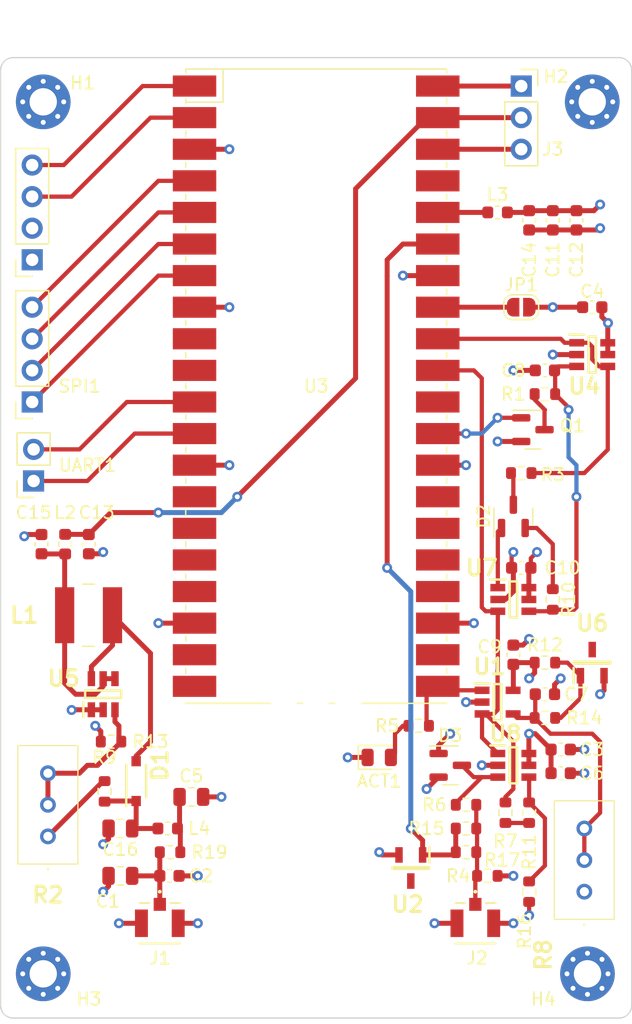
<source format=kicad_pcb>
(kicad_pcb (version 20221018) (generator pcbnew)
  (layers (0 "F.Cu" signal) (1 "In1.Cu" power "GND") (2 "In2.Cu" power "VCC") (31 "B.Cu" jumper) (34 "B.Paste" user) (35 "F.Paste" user) (36 "B.SilkS" user "B.Silkscreen") (37 "F.SilkS" user "F.Silkscreen") (38 "B.Mask" user) (39 "F.Mask" user) (44 "Edge.Cuts" user))
  (net 0 "")
  (net 1 "GND")
  (net 2 "Net-(ACT1-A)")
  (net 3 "PSU")
  (net 4 "Net-(D2-K)")
  (net 5 "VCC")
  (net 6 "VSYS")
  (net 7 "Net-(D2-A)")
  (net 8 "Net-(D3-COM)")
  (net 9 "SCL")
  (net 10 "SDA")
  (net 11 "PEAK")
  (net 12 "SIPM")
  (net 13 "VBUS")
  (net 14 "Net-(JP1-A)")
  (net 15 "RST")
  (net 16 "Net-(Q1-D)")
  (net 17 "VREF")
  (net 18 "SIG")
  (net 19 "INT")
  (net 20 "VREF1")
  (net 21 "CS")
  (net 22 "RX")
  (net 23 "TX")
  (net 24 "SCK")
  (net 25 "UART1TX")
  (net 26 "UART1RX")
  (net 28 "Net-(C5-Pad1)")
  (net 29 "Net-(U1-IN-)")
  (net 30 "Net-(U4-+IN)")
  (net 31 "Net-(U5-VCC)")
  (net 32 "Net-(D1-K)")
  (net 33 "Net-(D1-A)")
  (net 34 "Net-(D2-COM)")
  (net 35 "Net-(U3-3V3)")
  (net 36 "Net-(R2-Pad1)")
  (net 37 "Net-(U5-FB)")
  (net 38 "Net-(R11-Pad2)")
  (net 39 "Net-(U8--IN)")
  (footprint "Package_TO_SOT_SMD:SOT-23" (layer "F.Cu") (at 188.595 81.5825 90)
    (fp_text reference "D2")
    (fp_text value "BAT54S" hide)
  )
  (footprint "Connector_PinSocket_2.54mm:PinSocket_1x04_P2.54mm_Vertical" (layer "F.Cu") (at 149.86 60.96 180)
    (fp_text reference "I2C1" hide)
    (fp_text value "~")
  )
  (footprint "LIB_PMEG6010CEH,115:SODFL3516X120N" (layer "F.Cu") (at 158.23 102.87 90)
    (fp_text reference "D1")
    (fp_text value "PMEG4010CEGWJ" hide)
  )
  (footprint "SamacSys_Parts2:SOT95P280X145-6N" (layer "F.Cu") (at 194.945 68.58)
    (fp_text reference "U4")
    (fp_text value "OPA357AIDBVTG4" hide)
  )
  (footprint "MountingHole:MountingHole_2.2mm_M2_Pad_Via" (layer "F.Cu") (at 150.75 118.364)
    (fp_text reference "H3")
    (fp_text value "~")
  )
  (footprint "Resistor_SMD:R_0603_1608Metric" (layer "F.Cu") (at 191.135 71.755 180)
    (fp_text reference "R1")
    (fp_text value "1k" hide)
  )
  (footprint "Resistor_SMD:R_0603_1608Metric" (layer "F.Cu") (at 184.785 108.585)
    (fp_text reference "R17")
    (fp_text value "210k" hide)
  )
  (footprint "Capacitor_SMD:C_0603_1608Metric" (layer "F.Cu") (at 194.945 64.77 180)
    (fp_text reference "C4")
    (fp_text value "100nf" hide)
  )
  (footprint "SamacSys_Parts2:74404054470" (layer "F.Cu") (at 154.4 89.535 180)
    (fp_text reference "L1")
    (fp_text value "47 uH" hide)
  )
  (footprint "Resistor_SMD:R_0603_1608Metric" (layer "F.Cu") (at 184.785 104.775)
    (fp_text reference "R6")
    (fp_text value "100" hide)
  )
  (footprint "Capacitor_SMD:C_0603_1608Metric" (layer "F.Cu") (at 192.405 100.33)
    (fp_text reference "C3")
    (fp_text value "100nf" hide)
  )
  (footprint "Capacitor_SMD:C_0603_1608Metric" (layer "F.Cu") (at 192.405 102.235)
    (fp_text reference "C6")
    (fp_text value "10uf" hide)
  )
  (footprint "Resistor_SMD:R_0603_1608Metric" (layer "F.Cu") (at 191.135 97.79)
    (fp_text reference "R14")
    (fp_text value "210k" hide)
  )
  (footprint "Capacitor_SMD:C_0603_1608Metric" (layer "F.Cu") (at 191.135 69.85 180)
    (fp_text reference "C8")
    (fp_text value "470pf" hide)
  )
  (footprint "Resistor_SMD:R_0603_1608Metric" (layer "F.Cu") (at 184.785 106.68)
    (fp_text reference "R15")
    (fp_text value "210k" hide)
  )
  (footprint "Capacitor_SMD:C_0603_1608Metric" (layer "F.Cu") (at 160.91 110.49)
    (fp_text reference "C2")
    (fp_text value "100nf" hide)
  )
  (footprint "3296W-1-103:3296W1103" (layer "F.Cu") (at 194.31 111.76 90)
    (fp_text reference "R8")
    (fp_text value "50k" hide)
  )
  (footprint "Resistor_SMD:R_0603_1608Metric" (layer "F.Cu") (at 155.69 103.695 90)
    (fp_text reference "R9")
    (fp_text value "210k" hide)
  )
  (footprint "Capacitor_SMD:C_0603_1608Metric" (layer "F.Cu") (at 189.865 57.785 -90)
    (fp_text reference "C14")
    (fp_text value "100nf" hide)
  )
  (footprint "Connector_PinSocket_2.54mm:PinSocket_1x02_P2.54mm_Vertical" (layer "F.Cu") (at 149.975 78.74 180)
    (fp_text reference "UART1")
    (fp_text value "Conn_01x02" hide)
  )
  (footprint "3296W-1-103:3296W1103" (layer "F.Cu") (at 151.13 107.315 90)
    (fp_text reference "R2")
    (fp_text value "50k" hide)
  )
  (footprint "SamacSys_Parts2:SOT95P280X145-6N" (layer "F.Cu") (at 188.595 101.6)
    (fp_text reference "U8")
    (fp_text value "OPA357AIDBVTG4" hide)
  )
  (footprint "MountingHole:MountingHole_2.2mm_M2_Pad_Via" (layer "F.Cu") (at 194.564 118.364)
    (fp_text reference "H4")
    (fp_text value "~")
  )
  (footprint "Package_TO_SOT_SMD:SOT-23" (layer "F.Cu") (at 183.515 101.6)
    (fp_text reference "D3")
    (fp_text value "BAT54S" hide)
  )
  (footprint "MountingHole:MountingHole_2.2mm_M2_Pad_Via" (layer "F.Cu") (at 194.946 48.26)
    (fp_text reference "H2")
    (fp_text value "~")
  )
  (footprint "LED_SMD:LED_0805_2012Metric" (layer "F.Cu") (at 177.8 100.965)
    (fp_text reference "ACT1")
    (fp_text value "LED" hide)
  )
  (footprint "Resistor_SMD:R_0603_1608Metric" (layer "F.Cu") (at 189.865 105.41 -90)
    (fp_text reference "R11")
    (fp_text value "1k" hide)
  )
  (footprint "Capacitor_SMD:C_0603_1608Metric" (layer "F.Cu") (at 191.135 95.885)
    (fp_text reference "C7")
    (fp_text value "100nf" hide)
  )
  (footprint "Inductor_SMD:L_0603_1608Metric" (layer "F.Cu") (at 152.515 83.82 90)
    (fp_text reference "L2")
    (fp_text value "1k Ohm" hide)
  )
  (footprint "Package_TO_SOT_SMD:SOT-23" (layer "F.Cu") (at 190.1675 74.615)
    (fp_text reference "Q1")
    (fp_text value "2N7002,215" hide)
  )
  (footprint "Jumper:SolderJumper-2_P1.3mm_Open_RoundedPad1.0x1.5mm" (layer "F.Cu") (at 189.23 64.77)
    (fp_text reference "JP1")
    (fp_text value "Jumper_2_Open" hide)
  )
  (footprint "Capacitor_SMD:C_0603_1608Metric" (layer "F.Cu") (at 189.23 85.725 180)
    (fp_text reference "C10")
    (fp_text value "10uf" hide)
  )
  (footprint "Resistor_SMD:R_0603_1608Metric" (layer "F.Cu") (at 191.135 93.345)
    (fp_text reference "R12")
    (fp_text value "1k" hide)
  )
  (footprint "Inductor_SMD:L_0603_1608Metric" (layer "F.Cu") (at 187.325 57.15)
    (fp_text reference "L3")
    (fp_text value "1k" hide)
  )
  (footprint "MCU_RaspberryPi_and_Boards:RPi_Pico_SMD_TH" (layer "F.Cu") (at 172.72 71.12)
    (fp_text reference "U3")
    (fp_text value "Pico")
  )
  (footprint "Capacitor_SMD:C_0603_1608Metric" (layer "F.Cu") (at 188.595 92.71 90)
    (fp_text reference "C9")
    (fp_text value "100nf" hide)
  )
  (footprint "Connector_PinSocket_2.54mm:PinSocket_1x03_P2.54mm_Vertical" (layer "F.Cu") (at 189.23 46.99)
    (fp_text reference "J3")
    (fp_text value "~")
  )
  (footprint "Inductor_SMD:L_0603_1608Metric" (layer "F.Cu") (at 160.77 106.68 180)
    (fp_text reference "L4")
    (fp_text value "1 k Ohm" hide)
  )
  (footprint "Capacitor_SMD:C_0603_1608Metric" (layer "F.Cu") (at 191.77 57.785 -90)
    (fp_text reference "C11")
    (fp_text value "10uf" hide)
  )
  (footprint "SamacSys_Parts2:SOT95P237X112-3N" (layer "F.Cu") (at 194.945 93.345 90)
    (fp_text reference "U6")
    (fp_text value "LM4040AIM3-3.0+T" hide)
  )
  (footprint "Capacitor_SMD:C_0805_2012Metric" (layer "F.Cu") (at 162.675 104.14)
    (fp_text reference "C5")
    (fp_text value "4.7uF" hide)
  )
  (footprint "SamacSys_Parts2:SOT95P280X145-6N" (layer "F.Cu") (at 155.575 95.885 90)
    (fp_text reference "U5")
    (fp_text value "MAX5026EUT+T" hide)
  )
  (footprint "Resistor_SMD:R_0603_1608Metric" (layer "F.Cu") (at 191.77 88.265 -90)
    (fp_text reference "R10")
    (fp_text value "100" hide)
  )
  (footprint "Resistor_SMD:R_0603_1608Metric" (layer "F.Cu") (at 156.21 99.695 180)
    (fp_text reference "R13")
    (fp_text value "10k" hide)
  )
  (footprint "SMD_Coax:CONN3_1909763_TEC" (layer "F.Cu") (at 160.135 114.3 180)
    (fp_text reference "J1")
    (fp_text value "1909763-1" hide)
  )
  (footprint "Resistor_SMD:R_0603_1608Metric" (layer "F.Cu") (at 189.865 111.76 90)
    (fp_text reference "R16")
    (fp_text value "1k" hide)
  )
  (footprint "Resistor_SMD:R_0603_1608Metric" (layer "F.Cu") (at 160.96 108.585 180)
    (fp_text reference "R19")
    (fp_text value "100" hide)
  )
  (footprint "Resistor_SMD:R_0603_1608Metric" (layer "F.Cu") (at 189.23 78.105)
    (fp_text reference "R3")
    (fp_text value "10k" hide)
  )
  (footprint "Resistor_SMD:R_0603_1608Metric" (layer "F.Cu") (at 180.975 98.425 180)
    (fp_text reference "R5")
    (fp_text value "1k" hide)
  )
  (footprint "Capacitor_SMD:C_0603_1608Metric" (layer "F.Cu") (at 154.42 83.82 -90)
    (fp_text reference "C13")
    (fp_text value "10uf" hide)
  )
  (footprint "Capacitor_SMD:C_0805_2012Metric" (layer "F.Cu") (at 156.96 110.49 180)
    (fp_text reference "C1")
    (fp_text value "4.7uF" hide)
  )
  (footprint "Capacitor_SMD:C_0603_1608Metric" (layer "F.Cu") (at 150.61 83.82 90)
    (fp_text reference "C15")
    (fp_text value "10uf" hide)
  )
  (footprint "Resistor_SMD:R_0603_1608Metric" (layer "F.Cu") (at 187.96 105.41 90)
    (fp_text reference "R7")
    (fp_text value "1k" hide)
  )
  (footprint "SamacSys_Parts2:SOT95P280X145-5N" (layer "F.Cu") (at 187.325 96.52)
    (fp_text reference "U1")
    (fp_text value "TLV3201AIDBVR" hide)
  )
  (footprint "SamacSys_Parts2:SOT95P237X112-3N" (layer "F.Cu") (at 180.34 109.855 -90)
    (fp_text reference "U2")
    (fp_text value "LM4040AIM3-3.0+T" hide)
  )
  (footprint "Resistor_SMD:R_0603_1608Metric" (layer "F.Cu") (at 186.5 110.49)
    (fp_text reference "R4")
    (fp_text value "1k" hide)
  )
  (footprint "MountingHole:MountingHole_2.2mm_M2_Pad_Via" (layer "F.Cu") (at 150.75 48.26)
    (fp_text reference "H1")
    (fp_text value "~")
  )
  (footprint "Capacitor_SMD:C_0805_2012Metric" (layer "F.Cu") (at 156.96 106.68 180)
    (fp_text reference "C16")
    (fp_text value "4.7uF" hide)
  )
  (footprint "Connector_PinSocket_2.54mm:PinSocket_1x04_P2.54mm_Vertical" (layer "F.Cu") (at 149.86 72.39 180)
    (fp_text reference "SPI1")
    (fp_text value "Conn_01x04_Pin" hide)
  )
  (footprint "SamacSys_Parts2:SOT95P280X145-6N" (layer "F.Cu") (at 188.595 88.265)
    (fp_text reference "U7")
    (fp_text value "OPA357AIDBVTG4" hide)
  )
  (footprint "Capacitor_SMD:C_0603_1608Metric" (layer "F.Cu") (at 193.675 57.785 -90)
    (fp_text reference "C12")
    (fp_text value "10uf" hide)
  )
  (footprint "SMD_Coax:CONN3_1909763_TEC" (layer "F.Cu") (at 185.535 114.3 180)
    (fp_text reference "J2")
    (fp_text value "1909763-1" hide)
  )
  (gr_line (start 148.336 44.704) (end 197.104 44.704) (stroke (width 0.1)) (layer "Edge.Cuts"))
  (gr_arc (start 147.32 45.72) (mid 147.61758 45.00158) (end 148.336 44.704) (stroke (width 0.1)) (layer "Edge.Cuts"))
  (gr_arc (start 148.336 121.92) (mid 147.61758 121.62242) (end 147.32 120.904) (stroke (width 0.1)) (layer "Edge.Cuts"))
  (gr_arc (start 197.104 44.704) (mid 197.82242 45.00158) (end 198.12 45.72) (stroke (width 0.1)) (layer "Edge.Cuts"))
  (gr_line (start 147.32 120.904) (end 147.32 45.72) (stroke (width 0.1)) (layer "Edge.Cuts"))
  (gr_line (start 198.12 45.72) (end 198.12 120.904) (stroke (width 0.1)) (layer "Edge.Cuts"))
  (gr_arc (start 198.12 120.904) (mid 197.82242 121.62242) (end 197.104 121.92) (stroke (width 0.1)) (layer "Edge.Cuts"))
  (gr_rect (start 172.835 120.65) (end 172.835 120.65) (stroke (width 0.1)) (fill none) (layer "Edge.Cuts"))
  (gr_line (start 197.104 121.92) (end 148.336 121.92) (stroke (width 0.1)) (layer "Edge.Cuts"))
  (segment (start 184.0557 114.3) (end 182.245 114.3) (width 0.399999) (layer "F.Cu") (net 1))
  (segment (start 161.6143 114.3) (end 163.195 114.3) (width 0.399999) (layer "F.Cu") (net 1))
  (segment (start 154.42 84.595) (end 155.435 84.595) (width 0.399999) (layer "F.Cu") (net 1))
  (segment (start 189.88 64.77) (end 191.77 64.77) (width 0.399999) (layer "F.Cu") (net 1))
  (segment (start 191.91 95.885) (end 191.91 95.11) (width 0.399999) (layer "F.Cu") (net 1))
  (segment (start 189.23 75.565) (end 187.325 75.565) (width 0.399999) (layer "F.Cu") (net 1))
  (segment (start 188.595 91.935) (end 189.37 91.935) (width 0.399999) (layer "F.Cu") (net 1))
  (segment (start 149.365 83.045) (end 149.225 83.185) (width 0.399999) (layer "F.Cu") (net 1))
  (segment (start 181.61 90.17) (end 185.42 90.17) (width 0.399999) (layer "F.Cu") (net 1))
  (segment (start 188.595 85.865) (end 188.455 85.725) (width 0.399999) (layer "F.Cu") (net 1))
  (segment (start 163.625 104.14) (end 165.1 104.14) (width 0.399999) (layer "F.Cu") (net 1))
  (segment (start 195.895 94.395) (end 195.895 95.57) (width 0.399999) (layer "F.Cu") (net 1))
  (segment (start 187.325 110.49) (end 188.595 110.49) (width 0.399999) (layer "F.Cu") (net 1))
  (segment (start 187.345 101.6) (end 186.055 101.6) (width 0.399999) (layer "F.Cu") (net 1))
  (segment (start 155.435 84.595) (end 155.575 84.455) (width 0.399999) (layer "F.Cu") (net 1))
  (segment (start 163.83 64.77) (end 165.735 64.77) (width 0.399999) (layer "F.Cu") (net 1))
  (segment (start 190.36 69.85) (end 188.595 69.85) (width 0.399999) (layer "F.Cu") (net 1))
  (segment (start 187.345 88.265) (end 187.96 88.265) (width 0.399999) (layer "F.Cu") (net 1))
  (segment (start 188.455 85.725) (end 188.455 84.595) (width 0.34036) (layer "F.Cu") (net 1))
  (segment (start 155.385 98.87) (end 154.94 98.425) (width 0.399999) (layer "F.Cu") (net 1))
  (segment (start 156.01 107.515) (end 155.575 107.95) (width 0.399999) (layer "F.Cu") (net 1))
  (segment (start 163.83 77.47) (end 165.735 77.47) (width 0.399999) (layer "F.Cu") (net 1))
  (segment (start 155.385 99.695) (end 155.385 98.87) (width 0.399999) (layer "F.Cu") (net 1))
  (segment (start 188.595 87.63) (end 188.595 85.865) (width 0.399999) (layer "F.Cu") (net 1))
  (segment (start 163.83 52.07) (end 165.735 52.07) (width 0.399999) (layer "F.Cu") (net 1))
  (segment (start 163.83 90.17) (end 160.02 90.17) (width 0.399999) (layer "F.Cu") (net 1))
  (segment (start 178.02 108.805) (end 177.8 108.585) (width 0.399999) (layer "F.Cu") (net 1))
  (segment (start 193.18 102.235) (end 194.31 102.235) (width 0.399999) (layer "F.Cu") (net 1))
  (segment (start 156.01 111.325) (end 155.575 111.76) (width 0.399999) (layer "F.Cu") (net 1))
  (segment (start 193.18 100.33) (end 194.31 100.33) (width 0.399999) (layer "F.Cu") (net 1))
  (segment (start 176.8625 100.965) (end 175.26 100.965) (width 0.399999) (layer "F.Cu") (net 1))
  (segment (start 181.61 52.07) (end 189.23 52.07) (width 0.399999) (layer "F.Cu") (net 1))
  (segment (start 156.01 110.49) (end 156.01 111.325) (width 0.399999) (layer "F.Cu") (net 1))
  (segment (start 182.5775 100.65) (end 182.5775 99.9975) (width 0.399999) (layer "F.Cu") (net 1))
  (segment (start 195.895 95.57) (end 195.58 95.885) (width 0.399999) (layer "F.Cu") (net 1))
  (segment (start 189.865 58.56) (end 195.44 58.56) (width 0.399999) (layer "F.Cu") (net 1))
  (segment (start 181.61 77.47) (end 184.785 77.47) (width 0.399999) (layer "F.Cu") (net 1))
  (segment (start 194.17 64.77) (end 191.77 64.77) (width 0.399999) (layer "F.Cu") (net 1))
  (segment (start 155.575 97.135) (end 153.055 97.135) (width 0.399999) (layer "F.Cu") (net 1))
  (segment (start 182.5775 99.9975) (end 183.515 99.06) (width 0.399999) (layer "F.Cu") (net 1))
  (segment (start 187.96 88.265) (end 188.595 87.63) (width 0.399999) (layer "F.Cu") (net 1))
  (segment (start 189.865 112.585) (end 189.865 113.665) (width 0.34036) (layer "F.Cu") (net 1))
  (segment (start 186.075 96.52) (end 184.785 96.52) (width 0.399999) (layer "F.Cu") (net 1))
  (segment (start 188.455 84.595) (end 188.595 84.455) (width 0.34036) (layer "F.Cu") (net 1))
  (segment (start 189.37 91.935) (end 189.865 91.44) (width 0.399999) (layer "F.Cu") (net 1))
  (segment (start 193.695 68.58) (end 191.77 68.58) (width 0.399999) (layer "F.Cu") (net 1))
  (segment (start 158.6557 114.3) (end 156.845 114.3) (width 0.399999) (layer "F.Cu") (net 1))
  (segment (start 179.39 108.805) (end 178.02 108.805) (width 0.399999) (layer "F.Cu") (net 1))
  (segment (start 161.685 110.49) (end 163.195 110.49) (width 0.399999) (layer "F.Cu") (net 1))
  (segment (start 181.61 62.23) (end 179.705 62.23) (width 0.399999) (layer "F.Cu") (net 1))
  (segment (start 187.0143 114.3) (end 188.595 114.3) (width 0.399999) (layer "F.Cu") (net 1))
  (segment (start 150.61 83.045) (end 149.365 83.045) (width 0.399999) (layer "F.Cu") (net 1))
  (segment (start 153.055 97.135) (end 153.035 97.155) (width 0.399999) (layer "F.Cu") (net 1))
  (segment (start 191.91 95.11) (end 192.405 94.615) (width 0.399999) (layer "F.Cu") (net 1))
  (segment (start 195.44 58.56) (end 195.58 58.42) (width 0.399999) (layer "F.Cu") (net 1))
  (segment (start 156.01 106.68) (end 156.01 107.515) (width 0.399999) (layer "F.Cu") (net 1))
  (via (at 177.8 108.585) (size 0.8) (drill 0.4) (layers "F.Cu" "B.Cu") (net 1))
  (via (at 194.31 102.235) (size 0.8) (drill 0.4) (layers "F.Cu" "B.Cu") (net 1))
  (via (at 189.865 91.44) (size 0.8) (drill 0.4) (layers "F.Cu" "B.Cu") (net 1))
  (via (at 186.055 101.6) (size 0.8) (drill 0.4) (layers "F.Cu" "B.Cu") (net 1))
  (via (at 195.58 95.885) (size 0.8) (drill 0.4) (layers "F.Cu" "B.Cu") (net 1))
  (via (at 187.325 75.565) (size 0.8) (drill 0.4) (layers "F.Cu" "B.Cu") (net 1))
  (via (at 191.77 64.77) (size 0.8) (drill 0.4) (layers "F.Cu" "B.Cu") (net 1))
  (via (at 165.735 77.47) (size 0.8) (drill 0.4) (layers "F.Cu" "B.Cu") (net 1))
  (via (at 153.035 97.155) (size 0.8) (drill 0.4) (layers "F.Cu" "B.Cu") (net 1))
  (via (at 165.1 104.14) (size 0.8) (drill 0.4) (layers "F.Cu" "B.Cu") (net 1))
  (via (at 184.785 77.47) (size 0.8) (drill 0.4) (layers "F.Cu" "B.Cu") (net 1))
  (via (at 156.845 114.3) (size 0.8) (drill 0.4) (layers "F.Cu" "B.Cu") (net 1))
  (via (at 192.405 94.615) (size 0.8) (drill 0.4) (layers "F.Cu" "B.Cu") (net 1))
  (via (at 185.42 90.17) (size 0.8) (drill 0.4) (layers "F.Cu" "B.Cu") (net 1))
  (via (at 154.94 98.425) (size 0.8) (drill 0.4) (layers "F.Cu" "B.Cu") (net 1))
  (via (at 155.575 111.76) (size 0.8) (drill 0.4) (layers "F.Cu" "B.Cu") (net 1))
  (via (at 183.515 99.06) (size 0.8) (drill 0.4) (layers "F.Cu" "B.Cu") (net 1))
  (via (at 163.195 110.49) (size 0.8) (drill 0.4) (layers "F.Cu" "B.Cu") (net 1))
  (via (at 188.595 84.455) (size 0.8) (drill 0.4) (layers "F.Cu" "B.Cu") (net 1))
  (via (at 188.595 114.3) (size 0.8) (drill 0.4) (layers "F.Cu" "B.Cu") (net 1))
  (via (at 184.785 96.52) (size 0.8) (drill 0.4) (layers "F.Cu" "B.Cu") (net 1))
  (via (at 189.865 113.665) (size 0.8) (drill 0.4) (layers "F.Cu" "B.Cu") (net 1))
  (via (at 188.595 69.85) (size 0.8) (drill 0.4) (layers "F.Cu" "B.Cu") (net 1))
  (via (at 182.245 114.3) (size 0.8) (drill 0.4) (layers "F.Cu" "B.Cu") (net 1))
  (via (at 179.705 62.23) (size 0.8) (drill 0.4) (layers "F.Cu" "B.Cu") (net 1))
  (via (at 155.575 84.455) (size 0.8) (drill 0.4) (layers "F.Cu" "B.Cu") (net 1))
  (via (at 155.575 107.95) (size 0.8) (drill 0.4) (layers "F.Cu" "B.Cu") (net 1))
  (via (at 149.225 83.185) (size 0.8) (drill 0.4) (layers "F.Cu" "B.Cu") (net 1))
  (via (at 163.195 114.3) (size 0.8) (drill 0.4) (layers "F.Cu" "B.Cu") (net 1))
  (via (at 188.595 110.49) (size 0.8) (drill 0.4) (layers "F.Cu" "B.Cu") (net 1))
  (via (at 165.735 64.77) (size 0.8) (drill 0.4) (layers "F.Cu" "B.Cu") (net 1))
  (via (at 160.02 90.17) (size 0.8) (drill 0.4) (layers "F.Cu" "B.Cu") (net 1))
  (via (at 175.26 100.965) (size 0.8) (drill 0.4) (layers "F.Cu" "B.Cu") (net 1))
  (via (at 195.58 58.42) (size 0.8) (drill 0.4) (layers "F.Cu" "B.Cu") (net 1))
  (via (at 191.77 68.58) (size 0.8) (drill 0.4) (layers "F.Cu" "B.Cu") (net 1))
  (via (at 165.735 52.07) (size 0.8) (drill 0.4) (layers "F.Cu" "B.Cu") (net 1))
  (via (at 194.31 100.33) (size 0.8) (drill 0.4) (layers "F.Cu" "B.Cu") (net 1))
  (segment (start 179.705 98.425) (end 179.07 99.06) (width 0.34036) (layer "F.Cu") (net 2))
  (segment (start 179.07 99.06) (end 179.07 100.6325) (width 0.34036) (layer "F.Cu") (net 2))
  (segment (start 180.15 98.425) (end 179.705 98.425) (width 0.34036) (layer "F.Cu") (net 2))
  (segment (start 179.07 100.6325) (end 178.7375 100.965) (width 0.34036) (layer "F.Cu") (net 2))
  (segment (start 160.135 110.49) (end 160.135 108.585) (width 0.399999) (layer "F.Cu") (net 3))
  (segment (start 160.135 110.49) (end 157.91 110.49) (width 0.399999) (layer "F.Cu") (net 3))
  (segment (start 160.135 110.49) (end 160.135 112.7792) (width 0.399999) (layer "F.Cu") (net 3))
  (segment (start 189.545 82.52) (end 190.47 82.52) (width 0.34036) (layer "F.Cu") (net 4))
  (segment (start 191.77 83.82) (end 191.77 87.44) (width 0.34036) (layer "F.Cu") (net 4))
  (segment (start 190.47 82.52) (end 191.77 83.82) (width 0.34036) (layer "F.Cu") (net 4))
  (segment (start 189.725 57.15) (end 189.865 57.01) (width 0.399999) (layer "F.Cu") (net 5))
  (segment (start 189.845 99.08) (end 189.865 99.06) (width 0.399999) (layer "F.Cu") (net 5))
  (segment (start 189.845 101.6) (end 189.845 100.65) (width 0.399999) (layer "F.Cu") (net 5))
  (segment (start 190.005 84.95) (end 190.5 84.455) (width 0.34036) (layer "F.Cu") (net 5))
  (segment (start 182.5775 102.55) (end 182.565 102.55) (width 0.399999) (layer "F.Cu") (net 5))
  (segment (start 190.31 93.345) (end 190.31 94.17) (width 0.399999) (layer "F.Cu") (net 5))
  (segment (start 189.845 87.315) (end 189.845 85.885) (width 0.399999) (layer "F.Cu") (net 5))
  (segment (start 188.595 93.485) (end 188.595 95.55) (width 0.399999) (layer "F.Cu") (net 5))
  (segment (start 189.845 85.885) (end 190.005 85.725) (width 0.399999) (layer "F.Cu") (net 5))
  (segment (start 195.085 57.01) (end 195.58 56.515) (width 0.399999) (layer "F.Cu") (net 5))
  (segment (start 195.72 65.545) (end 196.215 66.04) (width 0.399999) (layer "F.Cu") (net 5))
  (segment (start 191.63 102.235) (end 191.63 100.33) (width 0.399999) (layer "F.Cu") (net 5))
  (segment (start 190.31 94.17) (end 189.865 94.615) (width 0.399999) (layer "F.Cu") (net 5))
  (segment (start 188.1125 57.15) (end 189.725 57.15) (width 0.399999) (layer "F.Cu") (net 5))
  (segment (start 191.77 57.01) (end 193.675 57.01) (width 0.399999) (layer "F.Cu") (net 5))
  (segment (start 189.845 100.65) (end 189.845 99.08) (width 0.399999) (layer "F.Cu") (net 5))
  (segment (start 188.595 95.55) (end 188.575 95.57) (width 0.399999) (layer "F.Cu") (net 5))
  (segment (start 193.675 57.01) (end 195.085 57.01) (width 0.399999) (layer "F.Cu") (net 5))
  (segment (start 190.36 99.06) (end 191.63 100.33) (width 0.399999) (layer "F.Cu") (net 5))
  (segment (start 190.005 85.725) (end 190.005 84.95) (width 0.34036) (layer "F.Cu") (net 5))
  (segment (start 196.195 68.58) (end 196.195 66.06) (width 0.399999) (layer "F.Cu") (net 5))
  (segment (start 190.31 93.345) (end 188.735 93.345) (width 0.399999) (layer "F.Cu") (net 5))
  (segment (start 196.195 66.06) (end 196.215 66.04) (width 0.399999) (layer "F.Cu") (net 5))
  (segment (start 189.845 88.265) (end 189.845 87.315) (width 0.399999) (layer "F.Cu") (net 5))
  (segment (start 189.865 57.01) (end 191.77 57.01) (width 0.399999) (layer "F.Cu") (net 5))
  (segment (start 182.565 102.55) (end 181.61 103.505) (width 0.399999) (layer "F.Cu") (net 5))
  (segment (start 195.72 64.77) (end 195.72 65.545) (width 0.399999) (layer "F.Cu") (net 5))
  (segment (start 188.735 93.345) (end 188.595 93.485) (width 0.399999) (layer "F.Cu") (net 5))
  (segment (start 189.865 99.06) (end 190.36 99.06) (width 0.399999) (layer "F.Cu") (net 5))
  (via (at 181.61 103.505) (size 0.8) (drill 0.4) (layers "F.Cu" "B.Cu") (net 5))
  (via (at 196.215 66.04) (size 0.8) (drill 0.4) (layers "F.Cu" "B.Cu") (net 5))
  (via (at 189.865 94.615) (size 0.8) (drill 0.4) (layers "F.Cu" "B.Cu") (net 5))
  (via (at 190.5 84.455) (size 0.8) (drill 0.4) (layers "F.Cu" "B.Cu") (net 5))
  (via (at 189.865 99.06) (size 0.8) (drill 0.4) (layers "F.Cu" "B.Cu") (net 5))
  (via (at 195.58 56.515) (size 0.8) (drill 0.4) (layers "F.Cu" "B.Cu") (net 5))
  (segment (start 152.515 83.0325) (end 154.4075 83.0325) (width 0.399999) (layer "F.Cu") (net 6))
  (segment (start 154.4075 83.0325) (end 154.42 83.045) (width 0.399999) (layer "F.Cu") (net 6))
  (segment (start 181.61 49.53) (end 175.895 55.245) (width 0.399999) (layer "F.Cu") (net 6))
  (segment (start 175.895 70.485) (end 166.37 80.01) (width 0.399999) (layer "F.Cu") (net 6))
  (segment (start 160.02 81.28) (end 156.185 81.28) (width 0.399999) (layer "F.Cu") (net 6))
  (segment (start 175.895 55.245) (end 175.895 70.485) (width 0.399999) (layer "F.Cu") (net 6))
  (segment (start 181.61 49.53) (end 189.23 49.53) (width 0.399999) (layer "F.Cu") (net 6))
  (segment (start 156.185 81.28) (end 154.42 83.045) (width 0.399999) (layer "F.Cu") (net 6))
  (via (at 160.02 81.28) (size 0.8) (drill 0.4) (layers "F.Cu" "B.Cu") (net 6))
  (via (at 166.37 80.01) (size 0.8) (drill 0.4) (layers "F.Cu" "B.Cu") (net 6))
  (segment (start 166.37 80.01) (end 165.1 81.28) (width 0.399999) (layer "B.Cu") (net 6))
  (segment (start 165.1 81.28) (end 160.02 81.28) (width 0.399999) (layer "B.Cu") (net 6))
  (segment (start 187.345 87.315) (end 187.345 82.82) (width 0.34036) (layer "F.Cu") (net 7))
  (segment (start 187.345 82.82) (end 187.645 82.52) (width 0.34036) (layer "F.Cu") (net 7))
  (segment (start 183.96 104.645) (end 186.055 102.55) (width 0.34036) (layer "F.Cu") (net 8))
  (segment (start 187.345 102.55) (end 186.055 102.55) (width 0.34036) (layer "F.Cu") (net 8))
  (segment (start 185.4025 102.55) (end 184.4525 101.6) (width 0.34036) (layer "F.Cu") (net 8))
  (segment (start 186.055 102.55) (end 185.4025 102.55) (width 0.34036) (layer "F.Cu") (net 8))
  (segment (start 183.96 104.775) (end 183.96 104.645) (width 0.34036) (layer "F.Cu") (net 8))
  (segment (start 159.385 49.53) (end 153.035 55.88) (width 0.34036) (layer "F.Cu") (net 9))
  (segment (start 163.83 49.53) (end 159.385 49.53) (width 0.34036) (layer "F.Cu") (net 9))
  (segment (start 153.035 55.88) (end 149.86 55.88) (width 0.34036) (layer "F.Cu") (net 9))
  (segment (start 158.75 46.99) (end 163.83 46.99) (width 0.34036) (layer "F.Cu") (net 10))
  (segment (start 152.4 53.34) (end 158.75 46.99) (width 0.34036) (layer "F.Cu") (net 10))
  (segment (start 149.86 53.34) (end 152.4 53.34) (width 0.34036) (layer "F.Cu") (net 10))
  (segment (start 192.405 67.31) (end 192.725 67.63) (width 0.34036) (layer "F.Cu") (net 11))
  (segment (start 194.63 67.63) (end 194.945 67.945) (width 0.34036) (layer "F.Cu") (net 11))
  (segment (start 194.945 67.945) (end 194.945 68.96936) (width 0.34036) (layer "F.Cu") (net 11))
  (segment (start 193.695 67.63) (end 194.63 67.63) (width 0.34036) (layer "F.Cu") (net 11))
  (segment (start 195.50564 69.53) (end 196.195 69.53) (width 0.34036) (layer "F.Cu") (net 11))
  (segment (start 194.31 78.105) (end 196.195 76.22) (width 0.34036) (layer "F.Cu") (net 11))
  (segment (start 190.055 78.105) (end 194.31 78.105) (width 0.34036) (layer "F.Cu") (net 11))
  (segment (start 196.195 76.22) (end 196.195 69.53) (width 0.34036) (layer "F.Cu") (net 11))
  (segment (start 194.945 68.96936) (end 195.50564 69.53) (width 0.34036) (layer "F.Cu") (net 11))
  (segment (start 181.61 67.31) (end 192.405 67.31) (width 0.34036) (layer "F.Cu") (net 11))
  (segment (start 192.725 67.63) (end 193.695 67.63) (width 0.34036) (layer "F.Cu") (net 11))
  (segment (start 185.61 106.68) (end 185.61 104.775) (width 0.34036) (layer "F.Cu") (net 12))
  (segment (start 185.675 108.585) (end 185.675 106.68) (width 0.34036) (layer "F.Cu") (net 12))
  (segment (start 185.535 112.7792) (end 185.535 110.63) (width 0.34036) (layer "F.Cu") (net 12))
  (segment (start 185.535 110.63) (end 185.675 110.49) (width 0.34036) (layer "F.Cu") (net 12))
  (segment (start 185.675 110.49) (end 185.675 108.585) (width 0.34036) (layer "F.Cu") (net 12))
  (segment (start 189.23 46.99) (end 181.61 46.99) (width 0.399999) (layer "F.Cu") (net 13))
  (segment (start 188.58 64.77) (end 181.61 64.77) (width 0.399999) (layer "F.Cu") (net 14))
  (segment (start 187.325 73.66) (end 189.225 73.66) (width 0.34036) (layer "F.Cu") (net 15))
  (segment (start 181.61 74.93) (end 184.785 74.93) (width 0.34036) (layer "F.Cu") (net 15))
  (segment (start 189.225 73.66) (end 189.23 73.665) (width 0.34036) (layer "F.Cu") (net 15))
  (via (at 187.325 73.66) (size 0.8) (drill 0.4) (layers "F.Cu" "B.Cu") (net 15))
  (via (at 184.785 74.93) (size 0.8) (drill 0.4) (layers "F.Cu" "B.Cu") (net 15))
  (segment (start 184.785 74.93) (end 186.055 74.93) (width 0.34036) (layer "B.Cu") (net 15))
  (segment (start 186.055 74.93) (end 187.325 73.66) (width 0.34036) (layer "B.Cu") (net 15))
  (segment (start 191.135 73.025) (end 190.31 72.2) (width 0.34036) (layer "F.Cu") (net 16))
  (segment (start 191.105 74.615) (end 191.105 73.055) (width 0.34036) (layer "F.Cu") (net 16))
  (segment (start 190.31 72.2) (end 190.31 71.755) (width 0.34036) (layer "F.Cu") (net 16))
  (segment (start 191.105 73.055) (end 191.135 73.025) (width 0.34036) (layer "F.Cu") (net 16))
  (segment (start 181.29 107.63) (end 180.34 106.68) (width 0.399999) (layer "F.Cu") (net 17))
  (segment (start 183.74 108.805) (end 183.96 108.585) (width 0.399999) (layer "F.Cu") (net 17))
  (segment (start 181.61 59.69) (end 179.705 59.69) (width 0.399999) (layer "F.Cu") (net 17))
  (segment (start 181.29 108.805) (end 183.74 108.805) (width 0.399999) (layer "F.Cu") (net 17))
  (segment (start 181.29 108.805) (end 181.29 107.63) (width 0.399999) (layer "F.Cu") (net 17))
  (segment (start 179.705 59.69) (end 178.435 60.96) (width 0.399999) (layer "F.Cu") (net 17))
  (segment (start 183.96 108.585) (end 183.96 106.68) (width 0.399999) (layer "F.Cu") (net 17))
  (segment (start 178.435 60.96) (end 178.435 62.23) (width 0.399999) (layer "F.Cu") (net 17))
  (segment (start 178.435 62.23) (end 178.435 85.725) (width 0.399999) (layer "F.Cu") (net 17))
  (via (at 180.34 106.68) (size 0.8) (drill 0.4) (layers "F.Cu" "B.Cu") (net 17))
  (via (at 178.435 85.725) (size 0.8) (drill 0.4) (layers "F.Cu" "B.Cu") (net 17))
  (segment (start 180.34 87.63) (end 178.435 85.725) (width 0.399999) (layer "B.Cu") (net 17))
  (segment (start 180.34 106.68) (end 180.34 87.63) (width 0.399999) (layer "B.Cu") (net 17))
  (segment (start 186.075 97.47) (end 186.075 99.38) (width 0.34036) (layer "F.Cu") (net 18))
  (segment (start 187.325 93.98) (end 187.345 93.96) (width 0.34036) (layer "F.Cu") (net 18))
  (segment (start 186.37 97.47) (end 188.595 99.695) (width 0.34036) (layer "F.Cu") (net 18))
  (segment (start 187.96 104.14) (end 188.595 103.505) (width 0.34036) (layer "F.Cu") (net 18))
  (segment (start 186.075 97.47) (end 186.37 97.47) (width 0.34036) (layer "F.Cu") (net 18))
  (segment (start 187.345 93.96) (end 187.345 89.215) (width 0.34036) (layer "F.Cu") (net 18))
  (segment (start 187.01 97.47) (end 187.325 97.155) (width 0.34036) (layer "F.Cu") (net 18))
  (segment (start 186.37 89.215) (end 186.055 88.9) (width 0.34036) (layer "F.Cu") (net 18))
  (segment (start 188.595 99.695) (end 188.595 103.505) (width 0.34036) (layer "F.Cu") (net 18))
  (segment (start 186.075 97.47) (end 187.01 97.47) (width 0.34036) (layer "F.Cu") (net 18))
  (segment (start 187.325 97.155) (end 187.325 93.98) (width 0.34036) (layer "F.Cu") (net 18))
  (segment (start 181.61 69.85) (end 185.42 69.85) (width 0.34036) (layer "F.Cu") (net 18))
  (segment (start 186.075 99.38) (end 187.345 100.65) (width 0.34036) (layer "F.Cu") (net 18))
  (segment (start 185.42 69.85) (end 186.055 70.485) (width 0.34036) (layer "F.Cu") (net 18))
  (segment (start 186.055 88.9) (end 186.055 70.485) (width 0.34036) (layer "F.Cu") (net 18))
  (segment (start 187.96 104.585) (end 187.96 104.14) (width 0.34036) (layer "F.Cu") (net 18))
  (segment (start 187.345 89.215) (end 186.37 89.215) (width 0.34036) (layer "F.Cu") (net 18))
  (segment (start 182.88 95.25) (end 181.61 95.25) (width 0.34036) (layer "F.Cu") (net 19))
  (segment (start 181.61 95.25) (end 181.93 95.57) (width 0.34036) (layer "F.Cu") (net 19))
  (segment (start 181.61 98.235) (end 181.8 98.425) (width 0.34036) (layer "F.Cu") (net 19))
  (segment (start 181.61 95.25) (end 181.61 98.235) (width 0.34036) (layer "F.Cu") (net 19))
  (segment (start 181.93 95.57) (end 186.075 95.57) (width 0.34036) (layer "F.Cu") (net 19))
  (segment (start 193.995 96.2) (end 193.995 94.395) (width 0.34036) (layer "F.Cu") (net 20))
  (segment (start 191.96 93.345) (end 192.945 93.345) (width 0.34036) (layer "F.Cu") (net 20))
  (segment (start 192.405 97.79) (end 193.995 96.2) (width 0.34036) (layer "F.Cu") (net 20))
  (segment (start 191.96 97.79) (end 192.405 97.79) (width 0.34036) (layer "F.Cu") (net 20))
  (segment (start 192.945 93.345) (end 193.995 94.395) (width 0.34036) (layer "F.Cu") (net 20))
  (segment (start 160.02 62.23) (end 149.86 72.39) (width 0.34036) (layer "F.Cu") (net 21))
  (segment (start 163.83 62.23) (end 160.02 62.23) (width 0.34036) (layer "F.Cu") (net 21))
  (segment (start 149.86 69.85) (end 160.02 59.69) (width 0.34036) (layer "F.Cu") (net 22))
  (segment (start 160.02 59.69) (end 163.83 59.69) (width 0.34036) (layer "F.Cu") (net 22))
  (segment (start 160.02 57.15) (end 163.83 57.15) (width 0.34036) (layer "F.Cu") (net 23))
  (segment (start 149.86 67.31) (end 160.02 57.15) (width 0.34036) (layer "F.Cu") (net 23))
  (segment (start 149.86 64.77) (end 160.02 54.61) (width 0.34036) (layer "F.Cu") (net 24))
  (segment (start 160.02 54.61) (end 163.83 54.61) (width 0.34036) (layer "F.Cu") (net 24))
  (segment (start 157.48 72.39) (end 153.67 76.2) (width 0.34036) (layer "F.Cu") (net 25))
  (segment (start 163.83 72.39) (end 157.48 72.39) (width 0.34036) (layer "F.Cu") (net 25))
  (segment (start 153.67 76.2) (end 149.975 76.2) (width 0.34036) (layer "F.Cu") (net 25))
  (segment (start 154.305 78.74) (end 158.115 74.93) (width 0.34036) (layer "F.Cu") (net 26))
  (segment (start 149.975 78.74) (end 154.305 78.74) (width 0.34036) (layer "F.Cu") (net 26))
  (segment (start 158.115 74.93) (end 163.83 74.93) (width 0.34036) (layer "F.Cu") (net 26))
  (segment (start 161.785 106.9075) (end 161.5575 106.68) (width 0.399999) (layer "F.Cu") (net 28))
  (segment (start 161.785 108.585) (end 161.785 106.9075) (width 0.399999) (layer "F.Cu") (net 28))
  (segment (start 161.725 104.14) (end 161.725 106.5125) (width 0.399999) (layer "F.Cu") (net 28))
  (segment (start 161.725 106.5125) (end 161.5575 106.68) (width 0.399999) (layer "F.Cu") (net 28))
  (segment (start 194.31 106.68) (end 194.31 109.22) (width 0.34036) (layer "F.Cu") (net 29))
  (segment (start 194.945 99.06) (end 191.58 99.06) (width 0.34036) (layer "F.Cu") (net 29))
  (segment (start 188.895 97.79) (end 188.575 97.47) (width 0.34036) (layer "F.Cu") (net 29))
  (segment (start 190.31 97.79) (end 188.895 97.79) (width 0.34036) (layer "F.Cu") (net 29))
  (segment (start 195.58 99.695) (end 194.945 99.06) (width 0.34036) (layer "F.Cu") (net 29))
  (segment (start 194.31 106.68) (end 195.58 105.41) (width 0.34036) (layer "F.Cu") (net 29))
  (segment (start 195.58 105.41) (end 195.58 99.695) (width 0.34036) (layer "F.Cu") (net 29))
  (segment (start 190.36 97.74) (end 190.31 97.79) (width 0.34036) (layer "F.Cu") (net 29))
  (segment (start 191.58 99.06) (end 190.31 97.79) (width 0.34036) (layer "F.Cu") (net 29))
  (segment (start 190.36 95.885) (end 190.36 97.74) (width 0.34036) (layer "F.Cu") (net 29))
  (segment (start 189.845 89.215) (end 191.645 89.215) (width 0.34036) (layer "F.Cu") (net 30))
  (segment (start 193.485 89.09) (end 193.675 88.9) (width 0.34036) (layer "F.Cu") (net 30))
  (segment (start 193.675 88.9) (end 193.675 80.01) (width 0.34036) (layer "F.Cu") (net 30))
  (segment (start 193.695 69.53) (end 192.23 69.53) (width 0.34036) (layer "F.Cu") (net 30))
  (segment (start 191.96 69.9) (end 191.91 69.85) (width 0.34036) (layer "F.Cu") (net 30))
  (segment (start 191.96 71.755) (end 191.96 69.9) (width 0.34036) (layer "F.Cu") (net 30))
  (segment (start 191.645 89.215) (end 191.77 89.09) (width 0.34036) (layer "F.Cu") (net 30))
  (segment (start 193.04 72.835) (end 191.96 71.755) (width 0.34036) (layer "F.Cu") (net 30))
  (segment (start 193.04 73.025) (end 193.04 72.835) (width 0.34036) (layer "F.Cu") (net 30))
  (segment (start 191.77 89.09) (end 193.485 89.09) (width 0.34036) (layer "F.Cu") (net 30))
  (segment (start 192.23 69.53) (end 191.91 69.85) (width 0.34036) (layer "F.Cu") (net 30))
  (via (at 193.675 80.01) (size 0.8) (drill 0.4) (layers "F.Cu" "B.Cu") (net 30))
  (via (at 193.04 73.025) (size 0.8) (drill 0.4) (layers "F.Cu" "B.Cu") (net 30))
  (segment (start 193.675 80.01) (end 193.675 77.47) (width 0.34036) (layer "B.Cu") (net 30))
  (segment (start 193.04 76.835) (end 193.04 75.565) (width 0.34036) (layer "B.Cu") (net 30))
  (segment (start 193.04 75.565) (end 193.04 73.025) (width 0.34036) (layer "B.Cu") (net 30))
  (segment (start 193.675 77.47) (end 193.04 76.835) (width 0.34036) (layer "B.Cu") (net 30))
  (segment (start 153.3525 95.885) (end 152.475 95.0075) (width 0.399999) (layer "F.Cu") (net 31))
  (segment (start 150.6225 84.6075) (end 150.61 84.595) (width 0.399999) (layer "F.Cu") (net 31))
  (segment (start 152.475 89.535) (end 152.475 84.6475) (width 0.399999) (layer "F.Cu") (net 31))
  (segment (start 152.515 84.6075) (end 150.6225 84.6075) (width 0.399999) (layer "F.Cu") (net 31))
  (segment (start 154.94 95.885) (end 153.3525 95.885) (width 0.399999) (layer "F.Cu") (net 31))
  (segment (start 152.475 84.6475) (end 152.515 84.6075) (width 0.399999) (layer "F.Cu") (net 31))
  (segment (start 156.525 94.635) (end 155.575 94.635) (width 0.399999) (layer "F.Cu") (net 31))
  (segment (start 152.475 95.0075) (end 152.475 89.535) (width 0.399999) (layer "F.Cu") (net 31))
  (segment (start 155.575 94.635) (end 155.575 95.25) (width 0.399999) (layer "F.Cu") (net 31))
  (segment (start 155.575 95.25) (end 154.94 95.885) (width 0.399999) (layer "F.Cu") (net 31))
  (segment (start 155.74 104.47) (end 155.69 104.52) (width 0.399999) (layer "F.Cu") (net 32))
  (segment (start 158.23 104.47) (end 158.23 106.36) (width 0.399999) (layer "F.Cu") (net 32))
  (segment (start 159.9825 106.68) (end 157.91 106.68) (width 0.399999) (layer "F.Cu") (net 32))
  (segment (start 158.23 106.36) (end 157.91 106.68) (width 0.399999) (layer "F.Cu") (net 32))
  (segment (start 158.23 104.47) (end 155.74 104.47) (width 0.399999) (layer "F.Cu") (net 32))
  (segment (start 159.385 92.595) (end 156.325 89.535) (width 0.399999) (layer "F.Cu") (net 33))
  (segment (start 158.23 100.85) (end 159.385 99.695) (width 0.399999) (layer "F.Cu") (net 33))
  (segment (start 154.625 94.635) (end 154.625 93.66) (width 0.399999) (layer "F.Cu") (net 33))
  (segment (start 158.23 101.27) (end 158.23 100.85) (width 0.399999) (layer "F.Cu") (net 33))
  (segment (start 156.325 91.96) (end 156.325 89.535) (width 0.399999) (layer "F.Cu") (net 33))
  (segment (start 154.625 93.66) (end 156.325 91.96) (width 0.399999) (layer "F.Cu") (net 33))
  (segment (start 159.385 99.695) (end 159.385 92.595) (width 0.399999) (layer "F.Cu") (net 33))
  (segment (start 188.595 78.295) (end 188.405 78.105) (width 0.34036) (layer "F.Cu") (net 34))
  (segment (start 188.595 80.645) (end 188.595 78.295) (width 0.34036) (layer "F.Cu") (net 34))
  (segment (start 186.5375 57.15) (end 181.61 57.15) (width 0.399999) (layer "F.Cu") (net 35))
  (segment (start 155.575 102.87) (end 155.69 102.87) (width 0.399999) (layer "F.Cu") (net 36))
  (segment (start 151.13 107.315) (end 155.575 102.87) (width 0.399999) (layer "F.Cu") (net 36))
  (segment (start 154.305 101.6) (end 155.13 101.6) (width 0.399999) (layer "F.Cu") (net 37))
  (segment (start 153.67 102.235) (end 154.305 101.6) (width 0.399999) (layer "F.Cu") (net 37))
  (segment (start 156.845 99.505) (end 157.035 99.695) (width 0.399999) (layer "F.Cu") (net 37))
  (segment (start 155.13 101.6) (end 157.035 99.695) (width 0.399999) (layer "F.Cu") (net 37))
  (segment (start 156.845 98.425) (end 156.845 99.505) (width 0.399999) (layer "F.Cu") (net 37))
  (segment (start 151.13 104.775) (end 151.13 102.235) (width 0.399999) (layer "F.Cu") (net 37))
  (segment (start 151.13 102.235) (end 153.67 102.235) (width 0.399999) (layer "F.Cu") (net 37))
  (segment (start 156.525 97.135) (end 156.525 98.105) (width 0.399999) (layer "F.Cu") (net 37))
  (segment (start 156.525 98.105) (end 156.845 98.425) (width 0.399999) (layer "F.Cu") (net 37))
  (segment (start 189.865 106.235) (end 187.96 106.235) (width 0.34036) (layer "F.Cu") (net 38))
  (segment (start 191.135 105.855) (end 189.865 104.585) (width 0.34036) (layer "F.Cu") (net 39))
  (segment (start 189.865 104.585) (end 189.865 102.57) (width 0.34036) (layer "F.Cu") (net 39))
  (segment (start 189.865 102.57) (end 189.845 102.55) (width 0.34036) (layer "F.Cu") (net 39))
  (segment (start 191.135 109.665) (end 191.135 105.855) (width 0.34036) (layer "F.Cu") (net 39))
  (segment (start 189.865 110.935) (end 191.135 109.665) (width 0.34036) (layer "F.Cu") (net 39))
)
</source>
